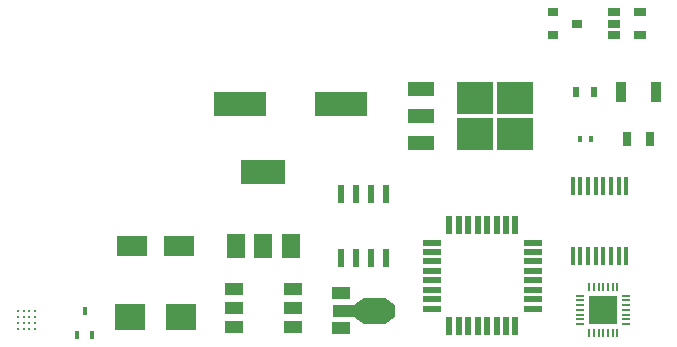
<source format=gbr>
%TF.GenerationSoftware,KiCad,Pcbnew,9.0.0*%
%TF.CreationDate,2025-03-10T22:23:41-04:00*%
%TF.ProjectId,cinnruler,63696e6e-7275-46c6-9572-2e6b69636164,rev?*%
%TF.SameCoordinates,Original*%
%TF.FileFunction,Paste,Bot*%
%TF.FilePolarity,Positive*%
%FSLAX46Y46*%
G04 Gerber Fmt 4.6, Leading zero omitted, Abs format (unit mm)*
G04 Created by KiCad (PCBNEW 9.0.0) date 2025-03-10 22:23:41*
%MOMM*%
%LPD*%
G01*
G04 APERTURE LIST*
G04 Aperture macros list*
%AMOutline4P*
0 Free polygon, 4 corners , with rotation*
0 The origin of the aperture is its center*
0 number of corners: always 4*
0 $1 to $8 corner X, Y*
0 $9 Rotation angle, in degrees counterclockwise*
0 create outline with 4 corners*
4,1,4,$1,$2,$3,$4,$5,$6,$7,$8,$1,$2,$9*%
G04 Aperture macros list end*
%ADD10R,0.800000X0.200000*%
%ADD11R,0.200000X0.800000*%
%ADD12R,1.200000X1.200000*%
%ADD13R,0.600000X1.550000*%
%ADD14R,2.500000X1.800000*%
%ADD15R,1.500000X1.000000*%
%ADD16R,1.800000X1.000000*%
%ADD17Outline4P,-0.400000X-0.500000X0.400000X-0.500000X1.100000X0.500000X-1.100000X0.500000X270.000000*%
%ADD18R,1.840000X2.200000*%
%ADD19Outline4P,-0.500000X-0.425000X0.500000X-0.425000X1.100000X0.425000X-1.100000X0.425000X90.000000*%
%ADD20R,0.900000X0.800000*%
%ADD21R,0.700000X1.300000*%
%ADD22R,0.450000X0.700000*%
%ADD23R,1.060000X0.650000*%
%ADD24R,2.200000X1.200000*%
%ADD25R,3.050000X2.750000*%
%ADD26R,4.500000X2.000000*%
%ADD27R,2.500000X2.300000*%
%ADD28R,0.450000X1.500000*%
%ADD29R,1.600000X0.550000*%
%ADD30R,0.550000X1.600000*%
%ADD31C,0.250000*%
%ADD32R,0.400000X0.600000*%
%ADD33R,0.500000X0.900000*%
%ADD34R,0.900000X1.700000*%
%ADD35R,1.500000X2.000000*%
%ADD36R,3.800000X2.000000*%
%ADD37R,1.600000X1.000000*%
G04 APERTURE END LIST*
D10*
%TO.C,QFN28*%
X160172000Y-108052000D03*
X160172000Y-107652000D03*
X160172000Y-107252000D03*
X160172000Y-106852000D03*
X160172000Y-106452000D03*
X160172000Y-106052000D03*
X160172000Y-105652000D03*
D11*
X160922000Y-104902000D03*
X161322000Y-104902000D03*
X161722000Y-104902000D03*
X162122000Y-104902000D03*
X162522000Y-104902000D03*
X162922000Y-104902000D03*
X163322000Y-104902000D03*
D10*
X164072000Y-105652000D03*
X164072000Y-106052000D03*
X164072000Y-106452000D03*
X164072000Y-106852000D03*
X164072000Y-107252000D03*
X164072000Y-107652000D03*
X164072000Y-108052000D03*
D11*
X163322000Y-108802000D03*
X162922000Y-108802000D03*
X162522000Y-108802000D03*
X162122000Y-108802000D03*
X161722000Y-108802000D03*
X161322000Y-108802000D03*
X160922000Y-108802000D03*
D12*
X161522000Y-106252000D03*
X161522000Y-107452000D03*
X162722000Y-106252000D03*
X162722000Y-107452000D03*
%TD*%
D13*
%TO.C,SOIC8*%
X143764000Y-102428000D03*
X142494000Y-102428000D03*
X141224000Y-102428000D03*
X139954000Y-102428000D03*
X139954000Y-97028000D03*
X141224000Y-97028000D03*
X142494000Y-97028000D03*
X143764000Y-97028000D03*
%TD*%
D14*
%TO.C,SMA*%
X122238000Y-101442000D03*
X126238000Y-101442000D03*
%TD*%
D15*
%TO.C,SOT89*%
X139934500Y-108434000D03*
D16*
X140081000Y-106934000D03*
D17*
X141338300Y-106934000D03*
D18*
X142748000Y-106934000D03*
D19*
X144081500Y-106934000D03*
D15*
X139934500Y-105434000D03*
%TD*%
D20*
%TO.C,SOT23*%
X157868000Y-83566000D03*
X157868000Y-81666000D03*
X159868000Y-82616000D03*
%TD*%
D21*
%TO.C,0805*%
X166050000Y-92392000D03*
X164150000Y-92392000D03*
%TD*%
D22*
%TO.C,SC70/*%
X118872000Y-108950000D03*
X117572000Y-108950000D03*
X118222000Y-106950000D03*
%TD*%
D23*
%TO.C,SOT23-5*%
X163068000Y-83566000D03*
X163068000Y-82616000D03*
X163068000Y-81666000D03*
X165268000Y-81666000D03*
X165268000Y-83566000D03*
%TD*%
D24*
%TO.C,D-PAK/TO-252*%
X146676000Y-92704000D03*
X146676000Y-90424000D03*
D25*
X151301000Y-88899000D03*
X151301000Y-91949000D03*
X154651000Y-88899000D03*
X154651000Y-91949000D03*
D24*
X146676000Y-88144000D03*
%TD*%
D26*
%TO.C,HC49*%
X131386000Y-89408000D03*
X139886000Y-89408000D03*
%TD*%
D27*
%TO.C,SMB*%
X126388000Y-107442000D03*
X122088000Y-107442000D03*
%TD*%
D28*
%TO.C,TSSOP*%
X164073000Y-102264000D03*
X163423001Y-102264000D03*
X162773000Y-102264000D03*
X162123000Y-102264000D03*
X161473000Y-102264000D03*
X160823000Y-102264000D03*
X160172999Y-102264000D03*
X159523000Y-102264000D03*
X159523000Y-96364000D03*
X160172999Y-96364000D03*
X160823000Y-96364000D03*
X161473000Y-96364000D03*
X162123000Y-96364000D03*
X162773000Y-96364000D03*
X163423001Y-96364000D03*
X164073000Y-96364000D03*
%TD*%
D29*
%TO.C,TQFP32*%
X147636000Y-106754000D03*
X147636000Y-105954000D03*
X147636000Y-105154000D03*
X147636000Y-104354000D03*
X147636000Y-103554000D03*
X147636000Y-102754000D03*
X147636000Y-101954000D03*
X147636000Y-101154000D03*
D30*
X149086000Y-99704000D03*
X149886000Y-99704000D03*
X150686000Y-99704000D03*
X151486000Y-99704000D03*
X152286000Y-99704000D03*
X153086000Y-99704000D03*
X153886000Y-99704000D03*
X154686000Y-99704000D03*
D29*
X156136000Y-101154000D03*
X156136000Y-101954000D03*
X156136000Y-102754000D03*
X156136000Y-103554000D03*
X156136000Y-104354000D03*
X156136000Y-105154000D03*
X156136000Y-105954000D03*
X156136000Y-106754000D03*
D30*
X154686000Y-108204000D03*
X153886000Y-108204000D03*
X153086000Y-108204000D03*
X152286000Y-108204000D03*
X151486000Y-108204000D03*
X150686000Y-108204000D03*
X149886000Y-108204000D03*
X149086000Y-108204000D03*
%TD*%
D31*
%TO.C,BGA16*%
X112538000Y-108458000D03*
X113038000Y-108458000D03*
X113538000Y-108458000D03*
X114038000Y-108458000D03*
X112538000Y-107958000D03*
X113038000Y-107958000D03*
X113538000Y-107958000D03*
X114038000Y-107958000D03*
X112538000Y-107458000D03*
X113038000Y-107458000D03*
X113538000Y-107458000D03*
X114038000Y-107458000D03*
X112538000Y-106958000D03*
X113038000Y-106958000D03*
X113538000Y-106958000D03*
X114038000Y-106958000D03*
%TD*%
D32*
%TO.C,0402*%
X160150000Y-92392000D03*
X161050000Y-92392000D03*
%TD*%
D33*
%TO.C,0603*%
X159850000Y-88392000D03*
X161350000Y-88392000D03*
%TD*%
D34*
%TO.C,1206*%
X166550000Y-88392000D03*
X163650000Y-88392000D03*
%TD*%
D35*
%TO.C,SOT223*%
X135650000Y-101448000D03*
X133350000Y-101447999D03*
X131050000Y-101448000D03*
D36*
X133350000Y-95148001D03*
%TD*%
D37*
%TO.C,WS2812*%
X130850000Y-108280000D03*
X130850000Y-106680000D03*
X130850000Y-105080000D03*
X135850000Y-105080000D03*
X135850000Y-106680000D03*
X135850000Y-108280000D03*
%TD*%
M02*

</source>
